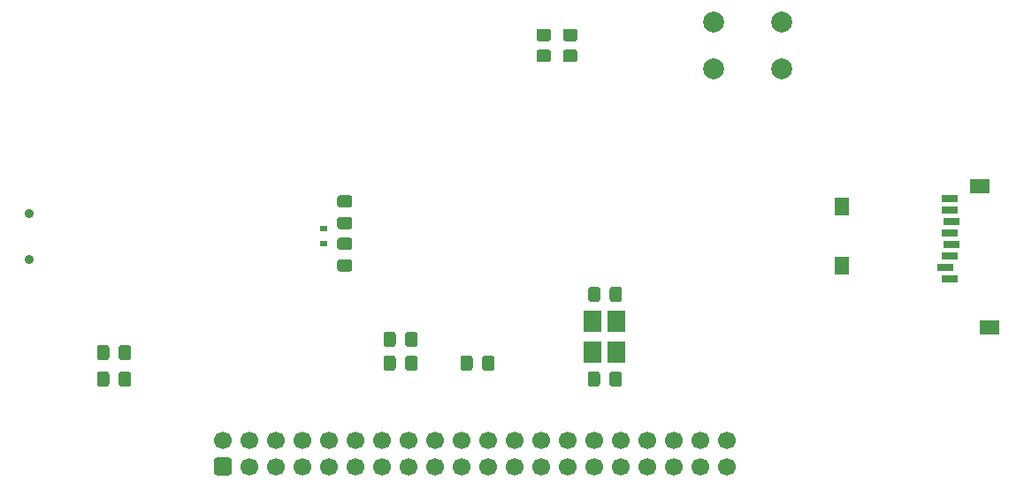
<source format=gbs>
%TF.GenerationSoftware,KiCad,Pcbnew,5.1.8*%
%TF.CreationDate,2020-11-24T20:22:10-06:00*%
%TF.ProjectId,e54-GFX-Development-Board,6535342d-4746-4582-9d44-6576656c6f70,rev?*%
%TF.SameCoordinates,Original*%
%TF.FileFunction,Soldermask,Bot*%
%TF.FilePolarity,Negative*%
%FSLAX46Y46*%
G04 Gerber Fmt 4.6, Leading zero omitted, Abs format (unit mm)*
G04 Created by KiCad (PCBNEW 5.1.8) date 2020-11-24 20:22:10*
%MOMM*%
%LPD*%
G01*
G04 APERTURE LIST*
%ADD10R,1.800000X2.100000*%
%ADD11C,2.000000*%
%ADD12R,1.900000X1.400000*%
%ADD13R,1.400000X1.800000*%
%ADD14R,1.500000X0.800000*%
%ADD15C,1.700000*%
%ADD16C,0.900000*%
%ADD17R,0.800000X0.600000*%
G04 APERTURE END LIST*
D10*
%TO.C,Y1*%
X154806000Y-104468000D03*
X154806000Y-107368000D03*
X157106000Y-107368000D03*
X157106000Y-104468000D03*
%TD*%
D11*
%TO.C,SW1*%
X172870000Y-75692000D03*
X172870000Y-80192000D03*
X166370000Y-75692000D03*
X166370000Y-80192000D03*
%TD*%
%TO.C,R4*%
G36*
G01*
X149663999Y-78378000D02*
X150564001Y-78378000D01*
G75*
G02*
X150814000Y-78627999I0J-249999D01*
G01*
X150814000Y-79328001D01*
G75*
G02*
X150564001Y-79578000I-249999J0D01*
G01*
X149663999Y-79578000D01*
G75*
G02*
X149414000Y-79328001I0J249999D01*
G01*
X149414000Y-78627999D01*
G75*
G02*
X149663999Y-78378000I249999J0D01*
G01*
G37*
G36*
G01*
X149663999Y-76378000D02*
X150564001Y-76378000D01*
G75*
G02*
X150814000Y-76627999I0J-249999D01*
G01*
X150814000Y-77328001D01*
G75*
G02*
X150564001Y-77578000I-249999J0D01*
G01*
X149663999Y-77578000D01*
G75*
G02*
X149414000Y-77328001I0J249999D01*
G01*
X149414000Y-76627999D01*
G75*
G02*
X149663999Y-76378000I249999J0D01*
G01*
G37*
%TD*%
%TO.C,R3*%
G36*
G01*
X152203999Y-78378000D02*
X153104001Y-78378000D01*
G75*
G02*
X153354000Y-78627999I0J-249999D01*
G01*
X153354000Y-79328001D01*
G75*
G02*
X153104001Y-79578000I-249999J0D01*
G01*
X152203999Y-79578000D01*
G75*
G02*
X151954000Y-79328001I0J249999D01*
G01*
X151954000Y-78627999D01*
G75*
G02*
X152203999Y-78378000I249999J0D01*
G01*
G37*
G36*
G01*
X152203999Y-76378000D02*
X153104001Y-76378000D01*
G75*
G02*
X153354000Y-76627999I0J-249999D01*
G01*
X153354000Y-77328001D01*
G75*
G02*
X153104001Y-77578000I-249999J0D01*
G01*
X152203999Y-77578000D01*
G75*
G02*
X151954000Y-77328001I0J249999D01*
G01*
X151954000Y-76627999D01*
G75*
G02*
X152203999Y-76378000I249999J0D01*
G01*
G37*
%TD*%
D12*
%TO.C,J5*%
X192826000Y-104990000D03*
X191826000Y-91480000D03*
D13*
X178676000Y-93440000D03*
X178676000Y-99140000D03*
D14*
X188976000Y-92630000D03*
X188976000Y-93730000D03*
X189176000Y-94830000D03*
X188976000Y-95930000D03*
X189176000Y-97030000D03*
X188976000Y-98130000D03*
X188576000Y-99230000D03*
X188976000Y-100330000D03*
%TD*%
D15*
%TO.C,J4*%
X167640000Y-115824000D03*
X165100000Y-115824000D03*
X162560000Y-115824000D03*
X160020000Y-115824000D03*
X157480000Y-115824000D03*
X154940000Y-115824000D03*
X152400000Y-115824000D03*
X149860000Y-115824000D03*
X147320000Y-115824000D03*
X144780000Y-115824000D03*
X142240000Y-115824000D03*
X139700000Y-115824000D03*
X137160000Y-115824000D03*
X134620000Y-115824000D03*
X132080000Y-115824000D03*
X129540000Y-115824000D03*
X127000000Y-115824000D03*
X124460000Y-115824000D03*
X121920000Y-115824000D03*
X119380000Y-115824000D03*
X167640000Y-118364000D03*
X165100000Y-118364000D03*
X162560000Y-118364000D03*
X160020000Y-118364000D03*
X157480000Y-118364000D03*
X154940000Y-118364000D03*
X152400000Y-118364000D03*
X149860000Y-118364000D03*
X147320000Y-118364000D03*
X144780000Y-118364000D03*
X142240000Y-118364000D03*
X139700000Y-118364000D03*
X137160000Y-118364000D03*
X134620000Y-118364000D03*
X132080000Y-118364000D03*
X129540000Y-118364000D03*
X127000000Y-118364000D03*
X124460000Y-118364000D03*
X121920000Y-118364000D03*
G36*
G01*
X119980000Y-119214000D02*
X118780000Y-119214000D01*
G75*
G02*
X118530000Y-118964000I0J250000D01*
G01*
X118530000Y-117764000D01*
G75*
G02*
X118780000Y-117514000I250000J0D01*
G01*
X119980000Y-117514000D01*
G75*
G02*
X120230000Y-117764000I0J-250000D01*
G01*
X120230000Y-118964000D01*
G75*
G02*
X119980000Y-119214000I-250000J0D01*
G01*
G37*
%TD*%
D16*
%TO.C,J1*%
X100838000Y-98466000D03*
X100838000Y-94066000D03*
%TD*%
D17*
%TO.C,FB1*%
X129032000Y-96966000D03*
X129032000Y-95566000D03*
%TD*%
%TO.C,C22*%
G36*
G01*
X155527500Y-101379000D02*
X155527500Y-102329000D01*
G75*
G02*
X155277500Y-102579000I-250000J0D01*
G01*
X154602500Y-102579000D01*
G75*
G02*
X154352500Y-102329000I0J250000D01*
G01*
X154352500Y-101379000D01*
G75*
G02*
X154602500Y-101129000I250000J0D01*
G01*
X155277500Y-101129000D01*
G75*
G02*
X155527500Y-101379000I0J-250000D01*
G01*
G37*
G36*
G01*
X157602500Y-101379000D02*
X157602500Y-102329000D01*
G75*
G02*
X157352500Y-102579000I-250000J0D01*
G01*
X156677500Y-102579000D01*
G75*
G02*
X156427500Y-102329000I0J250000D01*
G01*
X156427500Y-101379000D01*
G75*
G02*
X156677500Y-101129000I250000J0D01*
G01*
X157352500Y-101129000D01*
G75*
G02*
X157602500Y-101379000I0J-250000D01*
G01*
G37*
%TD*%
%TO.C,C21*%
G36*
G01*
X156406000Y-110457000D02*
X156406000Y-109507000D01*
G75*
G02*
X156656000Y-109257000I250000J0D01*
G01*
X157331000Y-109257000D01*
G75*
G02*
X157581000Y-109507000I0J-250000D01*
G01*
X157581000Y-110457000D01*
G75*
G02*
X157331000Y-110707000I-250000J0D01*
G01*
X156656000Y-110707000D01*
G75*
G02*
X156406000Y-110457000I0J250000D01*
G01*
G37*
G36*
G01*
X154331000Y-110457000D02*
X154331000Y-109507000D01*
G75*
G02*
X154581000Y-109257000I250000J0D01*
G01*
X155256000Y-109257000D01*
G75*
G02*
X155506000Y-109507000I0J-250000D01*
G01*
X155506000Y-110457000D01*
G75*
G02*
X155256000Y-110707000I-250000J0D01*
G01*
X154581000Y-110707000D01*
G75*
G02*
X154331000Y-110457000I0J250000D01*
G01*
G37*
%TD*%
%TO.C,C19*%
G36*
G01*
X109416000Y-110457000D02*
X109416000Y-109507000D01*
G75*
G02*
X109666000Y-109257000I250000J0D01*
G01*
X110341000Y-109257000D01*
G75*
G02*
X110591000Y-109507000I0J-250000D01*
G01*
X110591000Y-110457000D01*
G75*
G02*
X110341000Y-110707000I-250000J0D01*
G01*
X109666000Y-110707000D01*
G75*
G02*
X109416000Y-110457000I0J250000D01*
G01*
G37*
G36*
G01*
X107341000Y-110457000D02*
X107341000Y-109507000D01*
G75*
G02*
X107591000Y-109257000I250000J0D01*
G01*
X108266000Y-109257000D01*
G75*
G02*
X108516000Y-109507000I0J-250000D01*
G01*
X108516000Y-110457000D01*
G75*
G02*
X108266000Y-110707000I-250000J0D01*
G01*
X107591000Y-110707000D01*
G75*
G02*
X107341000Y-110457000I0J250000D01*
G01*
G37*
%TD*%
%TO.C,C18*%
G36*
G01*
X136848000Y-106647000D02*
X136848000Y-105697000D01*
G75*
G02*
X137098000Y-105447000I250000J0D01*
G01*
X137773000Y-105447000D01*
G75*
G02*
X138023000Y-105697000I0J-250000D01*
G01*
X138023000Y-106647000D01*
G75*
G02*
X137773000Y-106897000I-250000J0D01*
G01*
X137098000Y-106897000D01*
G75*
G02*
X136848000Y-106647000I0J250000D01*
G01*
G37*
G36*
G01*
X134773000Y-106647000D02*
X134773000Y-105697000D01*
G75*
G02*
X135023000Y-105447000I250000J0D01*
G01*
X135698000Y-105447000D01*
G75*
G02*
X135948000Y-105697000I0J-250000D01*
G01*
X135948000Y-106647000D01*
G75*
G02*
X135698000Y-106897000I-250000J0D01*
G01*
X135023000Y-106897000D01*
G75*
G02*
X134773000Y-106647000I0J250000D01*
G01*
G37*
%TD*%
%TO.C,C17*%
G36*
G01*
X136848000Y-108933000D02*
X136848000Y-107983000D01*
G75*
G02*
X137098000Y-107733000I250000J0D01*
G01*
X137773000Y-107733000D01*
G75*
G02*
X138023000Y-107983000I0J-250000D01*
G01*
X138023000Y-108933000D01*
G75*
G02*
X137773000Y-109183000I-250000J0D01*
G01*
X137098000Y-109183000D01*
G75*
G02*
X136848000Y-108933000I0J250000D01*
G01*
G37*
G36*
G01*
X134773000Y-108933000D02*
X134773000Y-107983000D01*
G75*
G02*
X135023000Y-107733000I250000J0D01*
G01*
X135698000Y-107733000D01*
G75*
G02*
X135948000Y-107983000I0J-250000D01*
G01*
X135948000Y-108933000D01*
G75*
G02*
X135698000Y-109183000I-250000J0D01*
G01*
X135023000Y-109183000D01*
G75*
G02*
X134773000Y-108933000I0J250000D01*
G01*
G37*
%TD*%
%TO.C,C15*%
G36*
G01*
X144214000Y-108933000D02*
X144214000Y-107983000D01*
G75*
G02*
X144464000Y-107733000I250000J0D01*
G01*
X145139000Y-107733000D01*
G75*
G02*
X145389000Y-107983000I0J-250000D01*
G01*
X145389000Y-108933000D01*
G75*
G02*
X145139000Y-109183000I-250000J0D01*
G01*
X144464000Y-109183000D01*
G75*
G02*
X144214000Y-108933000I0J250000D01*
G01*
G37*
G36*
G01*
X142139000Y-108933000D02*
X142139000Y-107983000D01*
G75*
G02*
X142389000Y-107733000I250000J0D01*
G01*
X143064000Y-107733000D01*
G75*
G02*
X143314000Y-107983000I0J-250000D01*
G01*
X143314000Y-108933000D01*
G75*
G02*
X143064000Y-109183000I-250000J0D01*
G01*
X142389000Y-109183000D01*
G75*
G02*
X142139000Y-108933000I0J250000D01*
G01*
G37*
%TD*%
%TO.C,C11*%
G36*
G01*
X130589000Y-98494000D02*
X131539000Y-98494000D01*
G75*
G02*
X131789000Y-98744000I0J-250000D01*
G01*
X131789000Y-99419000D01*
G75*
G02*
X131539000Y-99669000I-250000J0D01*
G01*
X130589000Y-99669000D01*
G75*
G02*
X130339000Y-99419000I0J250000D01*
G01*
X130339000Y-98744000D01*
G75*
G02*
X130589000Y-98494000I250000J0D01*
G01*
G37*
G36*
G01*
X130589000Y-96419000D02*
X131539000Y-96419000D01*
G75*
G02*
X131789000Y-96669000I0J-250000D01*
G01*
X131789000Y-97344000D01*
G75*
G02*
X131539000Y-97594000I-250000J0D01*
G01*
X130589000Y-97594000D01*
G75*
G02*
X130339000Y-97344000I0J250000D01*
G01*
X130339000Y-96669000D01*
G75*
G02*
X130589000Y-96419000I250000J0D01*
G01*
G37*
%TD*%
%TO.C,C5*%
G36*
G01*
X131539000Y-93530000D02*
X130589000Y-93530000D01*
G75*
G02*
X130339000Y-93280000I0J250000D01*
G01*
X130339000Y-92605000D01*
G75*
G02*
X130589000Y-92355000I250000J0D01*
G01*
X131539000Y-92355000D01*
G75*
G02*
X131789000Y-92605000I0J-250000D01*
G01*
X131789000Y-93280000D01*
G75*
G02*
X131539000Y-93530000I-250000J0D01*
G01*
G37*
G36*
G01*
X131539000Y-95605000D02*
X130589000Y-95605000D01*
G75*
G02*
X130339000Y-95355000I0J250000D01*
G01*
X130339000Y-94680000D01*
G75*
G02*
X130589000Y-94430000I250000J0D01*
G01*
X131539000Y-94430000D01*
G75*
G02*
X131789000Y-94680000I0J-250000D01*
G01*
X131789000Y-95355000D01*
G75*
G02*
X131539000Y-95605000I-250000J0D01*
G01*
G37*
%TD*%
%TO.C,C4*%
G36*
G01*
X108516000Y-106967000D02*
X108516000Y-107917000D01*
G75*
G02*
X108266000Y-108167000I-250000J0D01*
G01*
X107591000Y-108167000D01*
G75*
G02*
X107341000Y-107917000I0J250000D01*
G01*
X107341000Y-106967000D01*
G75*
G02*
X107591000Y-106717000I250000J0D01*
G01*
X108266000Y-106717000D01*
G75*
G02*
X108516000Y-106967000I0J-250000D01*
G01*
G37*
G36*
G01*
X110591000Y-106967000D02*
X110591000Y-107917000D01*
G75*
G02*
X110341000Y-108167000I-250000J0D01*
G01*
X109666000Y-108167000D01*
G75*
G02*
X109416000Y-107917000I0J250000D01*
G01*
X109416000Y-106967000D01*
G75*
G02*
X109666000Y-106717000I250000J0D01*
G01*
X110341000Y-106717000D01*
G75*
G02*
X110591000Y-106967000I0J-250000D01*
G01*
G37*
%TD*%
M02*

</source>
